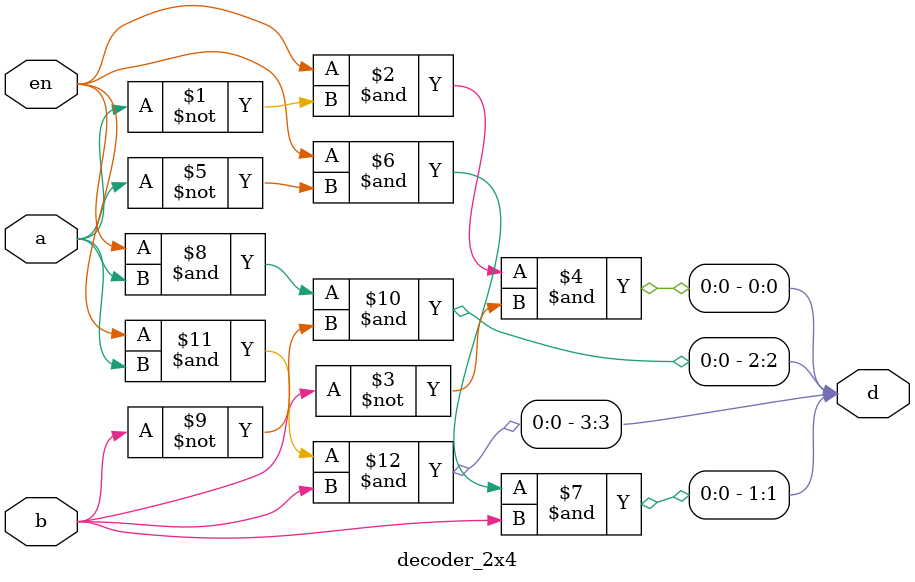
<source format=v>
module decoder_2x4(en,a,b,d);
  input en;
  input a,b;
  output [3:0]d;
  assign d[0]=(en & ~a & ~b);
  assign d[1]=(en & ~a & b);
  assign d[2]=(en & a & ~b);
  assign d[3]=(en & a & b);
endmodule

</source>
